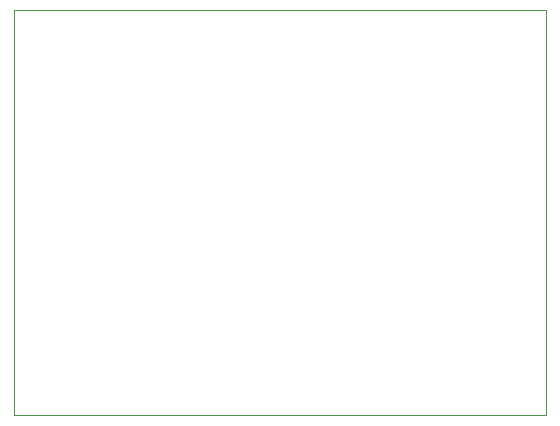
<source format=gm1>
%TF.GenerationSoftware,KiCad,Pcbnew,(6.0.8)*%
%TF.CreationDate,2022-10-22T10:51:26-05:00*%
%TF.ProjectId,jtag_sniff_pcb,6a746167-5f73-46e6-9966-665f7063622e,rev?*%
%TF.SameCoordinates,Original*%
%TF.FileFunction,Profile,NP*%
%FSLAX46Y46*%
G04 Gerber Fmt 4.6, Leading zero omitted, Abs format (unit mm)*
G04 Created by KiCad (PCBNEW (6.0.8)) date 2022-10-22 10:51:26*
%MOMM*%
%LPD*%
G01*
G04 APERTURE LIST*
%TA.AperFunction,Profile*%
%ADD10C,0.100000*%
%TD*%
G04 APERTURE END LIST*
D10*
X109855000Y-102235000D02*
X109855000Y-67945000D01*
X154940000Y-102235000D02*
X109855000Y-102235000D01*
X154940000Y-67945000D02*
X154940000Y-102235000D01*
X109855000Y-67945000D02*
X154940000Y-67945000D01*
M02*

</source>
